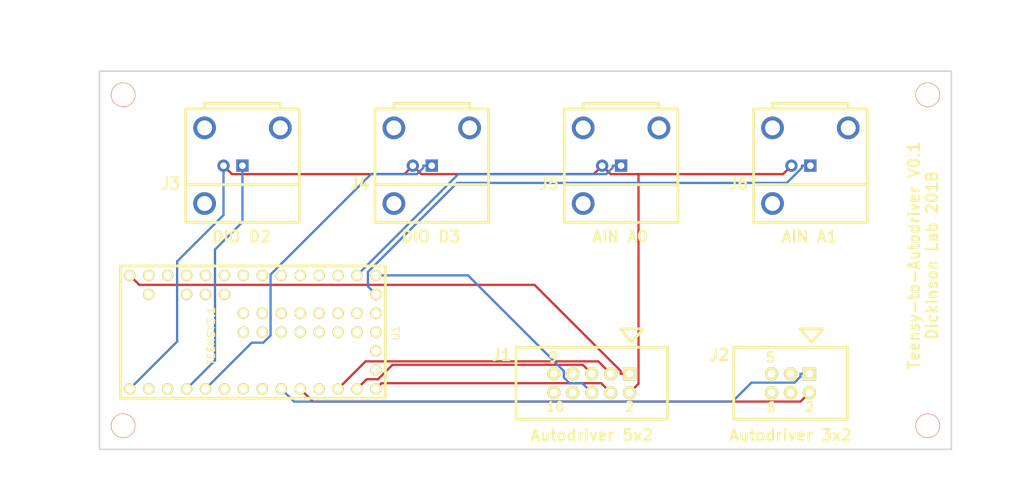
<source format=kicad_pcb>
(kicad_pcb (version 4) (host pcbnew 4.0.7-e2-6376~58~ubuntu16.04.1)

  (general
    (links 16)
    (no_connects 0)
    (area 38.199287 41.75 177.700715 110.650001)
    (thickness 1.6)
    (drawings 15)
    (tracks 73)
    (zones 0)
    (modules 11)
    (nets 60)
  )

  (page A4)
  (layers
    (0 F.Cu signal)
    (31 B.Cu signal)
    (32 B.Adhes user)
    (33 F.Adhes user)
    (34 B.Paste user)
    (35 F.Paste user)
    (36 B.SilkS user)
    (37 F.SilkS user)
    (38 B.Mask user)
    (39 F.Mask user)
    (40 Dwgs.User user)
    (41 Cmts.User user)
    (42 Eco1.User user)
    (43 Eco2.User user)
    (44 Edge.Cuts user)
    (45 Margin user)
    (46 B.CrtYd user)
    (47 F.CrtYd user)
    (48 B.Fab user)
    (49 F.Fab user)
  )

  (setup
    (last_trace_width 0.3048)
    (trace_clearance 0.1524)
    (zone_clearance 0.508)
    (zone_45_only no)
    (trace_min 0.1524)
    (segment_width 0.2)
    (edge_width 0.2)
    (via_size 0.6858)
    (via_drill 0.3302)
    (via_min_size 0.6858)
    (via_min_drill 0.3302)
    (uvia_size 0.6858)
    (uvia_drill 0.3302)
    (uvias_allowed no)
    (uvia_min_size 0)
    (uvia_min_drill 0)
    (pcb_text_width 0.3)
    (pcb_text_size 1.5 1.5)
    (mod_edge_width 0.15)
    (mod_text_size 1 1)
    (mod_text_width 0.15)
    (pad_size 1.524 1.524)
    (pad_drill 0.762)
    (pad_to_mask_clearance 0.0508)
    (aux_axis_origin 0 0)
    (visible_elements FFFFFF7F)
    (pcbplotparams
      (layerselection 0x010f0_80000001)
      (usegerberextensions false)
      (excludeedgelayer true)
      (linewidth 0.100000)
      (plotframeref false)
      (viasonmask false)
      (mode 1)
      (useauxorigin false)
      (hpglpennumber 1)
      (hpglpenspeed 20)
      (hpglpendiameter 15)
      (hpglpenoverlay 2)
      (psnegative false)
      (psa4output false)
      (plotreference true)
      (plotvalue true)
      (plotinvisibletext false)
      (padsonsilk false)
      (subtractmaskfromsilk false)
      (outputformat 1)
      (mirror false)
      (drillshape 0)
      (scaleselection 1)
      (outputdirectory gerber_v0p1/))
  )

  (net 0 "")
  (net 1 /+5V)
  (net 2 GND)
  (net 3 /~CS)
  (net 4 /MISO)
  (net 5 /MOSI)
  (net 6 /SCK)
  (net 7 "Net-(J1-Pad7)")
  (net 8 "Net-(J1-Pad8)")
  (net 9 "Net-(J1-Pad9)")
  (net 10 "Net-(J1-Pad10)")
  (net 11 /~RESET)
  (net 12 /~BUSY)
  (net 13 "Net-(J2-Pad3)")
  (net 14 "Net-(J2-Pad4)")
  (net 15 "Net-(J2-Pad5)")
  (net 16 "Net-(J2-Pad6)")
  (net 17 /D2)
  (net 18 /D3)
  (net 19 /A0)
  (net 20 /DAC)
  (net 21 "Net-(U1-Pad2)")
  (net 22 "Net-(U1-Pad3)")
  (net 23 "Net-(U1-Pad6)")
  (net 24 "Net-(U1-Pad7)")
  (net 25 "Net-(U1-Pad8)")
  (net 26 "Net-(U1-Pad11)")
  (net 27 "Net-(U1-Pad15)")
  (net 28 "Net-(U1-Pad16)")
  (net 29 "Net-(U1-Pad17)")
  (net 30 "Net-(U1-Pad18)")
  (net 31 "Net-(U1-Pad22)")
  (net 32 "Net-(U1-Pad23)")
  (net 33 "Net-(U1-Pad24)")
  (net 34 "Net-(U1-Pad25)")
  (net 35 "Net-(U1-Pad26)")
  (net 36 "Net-(U1-Pad27)")
  (net 37 "Net-(U1-Pad28)")
  (net 38 "Net-(U1-Pad29)")
  (net 39 "Net-(U1-Pad30)")
  (net 40 "Net-(U1-Pad31)")
  (net 41 "Net-(U1-Pad32)")
  (net 42 "Net-(U1-Pad34)")
  (net 43 "Net-(U1-Pad35)")
  (net 44 "Net-(U1-Pad36)")
  (net 45 "Net-(U1-Pad37)")
  (net 46 "Net-(U1-Pad38)")
  (net 47 "Net-(U1-Pad39)")
  (net 48 "Net-(U1-Pad40)")
  (net 49 "Net-(U1-Pad41)")
  (net 50 "Net-(U1-Pad42)")
  (net 51 "Net-(U1-Pad43)")
  (net 52 "Net-(U1-Pad44)")
  (net 53 "Net-(U1-Pad45)")
  (net 54 "Net-(U1-Pad46)")
  (net 55 "Net-(U1-Pad47)")
  (net 56 "Net-(U1-Pad48)")
  (net 57 "Net-(U1-Pad49)")
  (net 58 "Net-(U1-Pad50)")
  (net 59 "Net-(U1-Pad51)")

  (net_class Default "This is the default net class."
    (clearance 0.1524)
    (trace_width 0.3048)
    (via_dia 0.6858)
    (via_drill 0.3302)
    (uvia_dia 0.6858)
    (uvia_drill 0.3302)
    (add_net /+5V)
    (add_net /A0)
    (add_net /D2)
    (add_net /D3)
    (add_net /DAC)
    (add_net /MISO)
    (add_net /MOSI)
    (add_net /SCK)
    (add_net /~BUSY)
    (add_net /~CS)
    (add_net /~RESET)
    (add_net GND)
    (add_net "Net-(J1-Pad10)")
    (add_net "Net-(J1-Pad7)")
    (add_net "Net-(J1-Pad8)")
    (add_net "Net-(J1-Pad9)")
    (add_net "Net-(J2-Pad3)")
    (add_net "Net-(J2-Pad4)")
    (add_net "Net-(J2-Pad5)")
    (add_net "Net-(J2-Pad6)")
    (add_net "Net-(U1-Pad11)")
    (add_net "Net-(U1-Pad15)")
    (add_net "Net-(U1-Pad16)")
    (add_net "Net-(U1-Pad17)")
    (add_net "Net-(U1-Pad18)")
    (add_net "Net-(U1-Pad2)")
    (add_net "Net-(U1-Pad22)")
    (add_net "Net-(U1-Pad23)")
    (add_net "Net-(U1-Pad24)")
    (add_net "Net-(U1-Pad25)")
    (add_net "Net-(U1-Pad26)")
    (add_net "Net-(U1-Pad27)")
    (add_net "Net-(U1-Pad28)")
    (add_net "Net-(U1-Pad29)")
    (add_net "Net-(U1-Pad3)")
    (add_net "Net-(U1-Pad30)")
    (add_net "Net-(U1-Pad31)")
    (add_net "Net-(U1-Pad32)")
    (add_net "Net-(U1-Pad34)")
    (add_net "Net-(U1-Pad35)")
    (add_net "Net-(U1-Pad36)")
    (add_net "Net-(U1-Pad37)")
    (add_net "Net-(U1-Pad38)")
    (add_net "Net-(U1-Pad39)")
    (add_net "Net-(U1-Pad40)")
    (add_net "Net-(U1-Pad41)")
    (add_net "Net-(U1-Pad42)")
    (add_net "Net-(U1-Pad43)")
    (add_net "Net-(U1-Pad44)")
    (add_net "Net-(U1-Pad45)")
    (add_net "Net-(U1-Pad46)")
    (add_net "Net-(U1-Pad47)")
    (add_net "Net-(U1-Pad48)")
    (add_net "Net-(U1-Pad49)")
    (add_net "Net-(U1-Pad50)")
    (add_net "Net-(U1-Pad51)")
    (add_net "Net-(U1-Pad6)")
    (add_net "Net-(U1-Pad7)")
    (add_net "Net-(U1-Pad8)")
  )

  (module 5X2_SHRD_HEADER:5X2_SHRD_HEADER (layer F.Cu) (tedit 5A568166) (tstamp 5A567BB9)
    (at 116.84 92.71 180)
    (path /5A566ED6)
    (fp_text reference J1 (at 12.065 3.81 180) (layer F.SilkS)
      (effects (font (thickness 0.3048)))
    )
    (fp_text value PIN_ARRAY_5X2 (at 5.19938 6.2992 180) (layer F.SilkS) hide
      (effects (font (thickness 0.3048)))
    )
    (fp_line (start -10.16 -4.826) (end 10.16 -4.826) (layer F.SilkS) (width 0.381))
    (fp_line (start 10.16 -4.826) (end 10.16 4.826) (layer F.SilkS) (width 0.381))
    (fp_line (start 10.16 4.826) (end -10.16 4.826) (layer F.SilkS) (width 0.381))
    (fp_line (start -10.16 4.826) (end -10.16 -4.826) (layer F.SilkS) (width 0.381))
    (fp_line (start -6.90118 7.29996) (end -3.8989 7.29996) (layer F.SilkS) (width 0.381))
    (fp_text user 10 (at 4.89966 -3.2004 180) (layer F.SilkS)
      (effects (font (size 1.27 1.27) (thickness 0.254)))
    )
    (fp_text user 9 (at 5.19938 3.50012 180) (layer F.SilkS)
      (effects (font (size 1.27 1.27) (thickness 0.254)))
    )
    (fp_text user 2 (at -5.10032 -3.2004 180) (layer F.SilkS)
      (effects (font (size 1.27 1.27) (thickness 0.254)))
    )
    (fp_line (start -5.36448 5.48894) (end -6.88848 7.26694) (layer F.SilkS) (width 0.381))
    (fp_line (start -3.84048 7.2644) (end -5.36448 5.4864) (layer F.SilkS) (width 0.381))
    (pad 1 thru_hole rect (at -5.08 1.27 180) (size 1.778 1.778) (drill 1.016) (layers *.Cu *.Mask F.SilkS)
      (net 1 /+5V))
    (pad 2 thru_hole circle (at -5.08 -1.27 180) (size 1.778 1.778) (drill 1.016) (layers *.Cu *.Mask F.SilkS)
      (net 2 GND))
    (pad 3 thru_hole circle (at -2.54 1.27 180) (size 1.778 1.778) (drill 1.016) (layers *.Cu *.Mask F.SilkS)
      (net 3 /~CS))
    (pad 4 thru_hole circle (at -2.54 -1.27 180) (size 1.778 1.778) (drill 1.016) (layers *.Cu *.Mask F.SilkS)
      (net 4 /MISO))
    (pad 5 thru_hole circle (at 0 1.27 180) (size 1.778 1.778) (drill 1.016) (layers *.Cu *.Mask F.SilkS)
      (net 5 /MOSI))
    (pad 6 thru_hole circle (at 0 -1.27 180) (size 1.778 1.778) (drill 1.016) (layers *.Cu *.Mask F.SilkS)
      (net 6 /SCK))
    (pad 7 thru_hole circle (at 2.54 1.27 180) (size 1.778 1.778) (drill 1.016) (layers *.Cu *.Mask F.SilkS)
      (net 7 "Net-(J1-Pad7)"))
    (pad 8 thru_hole circle (at 2.54 -1.27 180) (size 1.778 1.778) (drill 1.016) (layers *.Cu *.Mask F.SilkS)
      (net 8 "Net-(J1-Pad8)"))
    (pad 9 thru_hole circle (at 5.08 1.27 180) (size 1.778 1.778) (drill 1.016) (layers *.Cu *.Mask F.SilkS)
      (net 9 "Net-(J1-Pad9)"))
    (pad 10 thru_hole circle (at 5.08 -1.27 180) (size 1.778 1.778) (drill 1.016) (layers *.Cu *.Mask F.SilkS)
      (net 10 "Net-(J1-Pad10)"))
  )

  (module 3X2_SHRD_HEADER:3X2_SHRD_HEADER (layer F.Cu) (tedit 5A56816B) (tstamp 5A567BC3)
    (at 143.51 92.71 180)
    (path /5A567054)
    (fp_text reference J2 (at 9.525 3.81 180) (layer F.SilkS)
      (effects (font (thickness 0.3048)))
    )
    (fp_text value PIN_ARRAY_3X2 (at 5.19938 6.2992 180) (layer F.SilkS) hide
      (effects (font (thickness 0.3048)))
    )
    (fp_text user 6 (at 2.6035 -3.2385 180) (layer F.SilkS)
      (effects (font (size 1.27 1.27) (thickness 0.254)))
    )
    (fp_text user 5 (at 2.667 3.4925 180) (layer F.SilkS)
      (effects (font (size 1.27 1.27) (thickness 0.254)))
    )
    (fp_line (start -7.62 4.826) (end 7.62 4.826) (layer F.SilkS) (width 0.381))
    (fp_line (start -7.62 -4.826) (end 7.62 -4.826) (layer F.SilkS) (width 0.381))
    (fp_line (start 7.62 -4.826) (end 7.62 4.826) (layer F.SilkS) (width 0.381))
    (fp_line (start -7.62 4.826) (end -7.62 -4.826) (layer F.SilkS) (width 0.381))
    (fp_line (start -4.36118 7.29996) (end -1.3589 7.29996) (layer F.SilkS) (width 0.381))
    (fp_text user 2 (at -2.56032 -3.2004 180) (layer F.SilkS)
      (effects (font (size 1.27 1.27) (thickness 0.254)))
    )
    (fp_line (start -2.82448 5.48894) (end -4.34848 7.26694) (layer F.SilkS) (width 0.381))
    (fp_line (start -1.30048 7.2644) (end -2.82448 5.4864) (layer F.SilkS) (width 0.381))
    (pad 1 thru_hole rect (at -2.54 1.27 180) (size 1.778 1.778) (drill 1.016) (layers *.Cu *.Mask F.SilkS)
      (net 11 /~RESET))
    (pad 2 thru_hole circle (at -2.54 -1.27 180) (size 1.778 1.778) (drill 1.016) (layers *.Cu *.Mask F.SilkS)
      (net 12 /~BUSY))
    (pad 3 thru_hole circle (at 0 1.27 180) (size 1.778 1.778) (drill 1.016) (layers *.Cu *.Mask F.SilkS)
      (net 13 "Net-(J2-Pad3)"))
    (pad 4 thru_hole circle (at 0 -1.27 180) (size 1.778 1.778) (drill 1.016) (layers *.Cu *.Mask F.SilkS)
      (net 14 "Net-(J2-Pad4)"))
    (pad 5 thru_hole circle (at 2.54 1.27 180) (size 1.778 1.778) (drill 1.016) (layers *.Cu *.Mask F.SilkS)
      (net 15 "Net-(J2-Pad5)"))
    (pad 6 thru_hole circle (at 2.54 -1.27 180) (size 1.778 1.778) (drill 1.016) (layers *.Cu *.Mask F.SilkS)
      (net 16 "Net-(J2-Pad6)"))
  )

  (module BNC:BNC (layer F.Cu) (tedit 5A568143) (tstamp 5A567BCC)
    (at 69.977 58.42)
    (path /5A56751D)
    (fp_text reference J3 (at -9.652 7.493) (layer F.SilkS)
      (effects (font (thickness 0.3048)))
    )
    (fp_text value PIN_ARRAY_2X1 (at 0.254 2.794) (layer F.SilkS) hide
      (effects (font (thickness 0.3048)))
    )
    (fp_line (start 7.62 -2.54) (end 7.62 12.7) (layer F.SilkS) (width 0.381))
    (fp_line (start -7.62 -2.54) (end -7.62 12.7) (layer F.SilkS) (width 0.381))
    (fp_line (start -5.08 -2.54) (end -5.08 -3.302) (layer F.SilkS) (width 0.381))
    (fp_line (start -5.08 -3.302) (end 5.08 -3.302) (layer F.SilkS) (width 0.381))
    (fp_line (start 5.08 -3.302) (end 5.08 -2.54) (layer F.SilkS) (width 0.381))
    (fp_line (start -7.62 7.62) (end 7.62 7.62) (layer F.SilkS) (width 0.381))
    (fp_line (start -7.62 -2.54) (end 7.62 -2.54) (layer F.SilkS) (width 0.381))
    (fp_line (start -7.62 12.7) (end 7.62 12.7) (layer F.SilkS) (width 0.381))
    (pad "" thru_hole circle (at -5.08 0) (size 3.048 3.048) (drill 2.00914) (layers *.Cu *.Mask))
    (pad "" thru_hole circle (at 5.08 0) (size 3.048 3.048) (drill 2.00914) (layers *.Cu *.Mask))
    (pad 1 thru_hole rect (at 0 5.08) (size 1.651 1.651) (drill 0.889) (layers *.Cu *.Mask)
      (net 17 /D2))
    (pad 2 thru_hole circle (at -2.54 5.08) (size 1.651 1.651) (drill 0.889) (layers *.Cu *.Mask)
      (net 2 GND))
    (pad "" thru_hole circle (at -5.08 10.16) (size 3.048 3.048) (drill 2.00914) (layers *.Cu *.Mask))
  )

  (module BNC:BNC (layer F.Cu) (tedit 5A568149) (tstamp 5A567BD5)
    (at 95.377 58.42)
    (path /5A5675CE)
    (fp_text reference J4 (at -9.652 7.493) (layer F.SilkS)
      (effects (font (thickness 0.3048)))
    )
    (fp_text value PIN_ARRAY_2X1 (at 0.254 2.794) (layer F.SilkS) hide
      (effects (font (thickness 0.3048)))
    )
    (fp_line (start 7.62 -2.54) (end 7.62 12.7) (layer F.SilkS) (width 0.381))
    (fp_line (start -7.62 -2.54) (end -7.62 12.7) (layer F.SilkS) (width 0.381))
    (fp_line (start -5.08 -2.54) (end -5.08 -3.302) (layer F.SilkS) (width 0.381))
    (fp_line (start -5.08 -3.302) (end 5.08 -3.302) (layer F.SilkS) (width 0.381))
    (fp_line (start 5.08 -3.302) (end 5.08 -2.54) (layer F.SilkS) (width 0.381))
    (fp_line (start -7.62 7.62) (end 7.62 7.62) (layer F.SilkS) (width 0.381))
    (fp_line (start -7.62 -2.54) (end 7.62 -2.54) (layer F.SilkS) (width 0.381))
    (fp_line (start -7.62 12.7) (end 7.62 12.7) (layer F.SilkS) (width 0.381))
    (pad "" thru_hole circle (at -5.08 0) (size 3.048 3.048) (drill 2.00914) (layers *.Cu *.Mask))
    (pad "" thru_hole circle (at 5.08 0) (size 3.048 3.048) (drill 2.00914) (layers *.Cu *.Mask))
    (pad 1 thru_hole rect (at 0 5.08) (size 1.651 1.651) (drill 0.889) (layers *.Cu *.Mask)
      (net 18 /D3))
    (pad 2 thru_hole circle (at -2.54 5.08) (size 1.651 1.651) (drill 0.889) (layers *.Cu *.Mask)
      (net 2 GND))
    (pad "" thru_hole circle (at -5.08 10.16) (size 3.048 3.048) (drill 2.00914) (layers *.Cu *.Mask))
  )

  (module BNC:BNC (layer F.Cu) (tedit 5A56814F) (tstamp 5A567BDE)
    (at 120.777 58.42)
    (path /5A567D9A)
    (fp_text reference J5 (at -9.652 7.493) (layer F.SilkS)
      (effects (font (thickness 0.3048)))
    )
    (fp_text value PIN_ARRAY_2X1 (at 0.254 2.794) (layer F.SilkS) hide
      (effects (font (thickness 0.3048)))
    )
    (fp_line (start 7.62 -2.54) (end 7.62 12.7) (layer F.SilkS) (width 0.381))
    (fp_line (start -7.62 -2.54) (end -7.62 12.7) (layer F.SilkS) (width 0.381))
    (fp_line (start -5.08 -2.54) (end -5.08 -3.302) (layer F.SilkS) (width 0.381))
    (fp_line (start -5.08 -3.302) (end 5.08 -3.302) (layer F.SilkS) (width 0.381))
    (fp_line (start 5.08 -3.302) (end 5.08 -2.54) (layer F.SilkS) (width 0.381))
    (fp_line (start -7.62 7.62) (end 7.62 7.62) (layer F.SilkS) (width 0.381))
    (fp_line (start -7.62 -2.54) (end 7.62 -2.54) (layer F.SilkS) (width 0.381))
    (fp_line (start -7.62 12.7) (end 7.62 12.7) (layer F.SilkS) (width 0.381))
    (pad "" thru_hole circle (at -5.08 0) (size 3.048 3.048) (drill 2.00914) (layers *.Cu *.Mask))
    (pad "" thru_hole circle (at 5.08 0) (size 3.048 3.048) (drill 2.00914) (layers *.Cu *.Mask))
    (pad 1 thru_hole rect (at 0 5.08) (size 1.651 1.651) (drill 0.889) (layers *.Cu *.Mask)
      (net 19 /A0))
    (pad 2 thru_hole circle (at -2.54 5.08) (size 1.651 1.651) (drill 0.889) (layers *.Cu *.Mask)
      (net 2 GND))
    (pad "" thru_hole circle (at -5.08 10.16) (size 3.048 3.048) (drill 2.00914) (layers *.Cu *.Mask))
  )

  (module BNC:BNC (layer F.Cu) (tedit 5A568154) (tstamp 5A567BE7)
    (at 146.177 58.42)
    (path /5A567DA0)
    (fp_text reference J6 (at -9.652 7.493) (layer F.SilkS)
      (effects (font (thickness 0.3048)))
    )
    (fp_text value PIN_ARRAY_2X1 (at 0.254 2.794) (layer F.SilkS) hide
      (effects (font (thickness 0.3048)))
    )
    (fp_line (start 7.62 -2.54) (end 7.62 12.7) (layer F.SilkS) (width 0.381))
    (fp_line (start -7.62 -2.54) (end -7.62 12.7) (layer F.SilkS) (width 0.381))
    (fp_line (start -5.08 -2.54) (end -5.08 -3.302) (layer F.SilkS) (width 0.381))
    (fp_line (start -5.08 -3.302) (end 5.08 -3.302) (layer F.SilkS) (width 0.381))
    (fp_line (start 5.08 -3.302) (end 5.08 -2.54) (layer F.SilkS) (width 0.381))
    (fp_line (start -7.62 7.62) (end 7.62 7.62) (layer F.SilkS) (width 0.381))
    (fp_line (start -7.62 -2.54) (end 7.62 -2.54) (layer F.SilkS) (width 0.381))
    (fp_line (start -7.62 12.7) (end 7.62 12.7) (layer F.SilkS) (width 0.381))
    (pad "" thru_hole circle (at -5.08 0) (size 3.048 3.048) (drill 2.00914) (layers *.Cu *.Mask))
    (pad "" thru_hole circle (at 5.08 0) (size 3.048 3.048) (drill 2.00914) (layers *.Cu *.Mask))
    (pad 1 thru_hole rect (at 0 5.08) (size 1.651 1.651) (drill 0.889) (layers *.Cu *.Mask)
      (net 20 /DAC))
    (pad 2 thru_hole circle (at -2.54 5.08) (size 1.651 1.651) (drill 0.889) (layers *.Cu *.Mask)
      (net 2 GND))
    (pad "" thru_hole circle (at -5.08 10.16) (size 3.048 3.048) (drill 2.00914) (layers *.Cu *.Mask))
  )

  (module arduino_nano:MOUNT_HOLE_4_40 (layer F.Cu) (tedit 5A568A2C) (tstamp 5A56819E)
    (at 53.975 53.975)
    (fp_text reference M0 (at 0 -2.032) (layer F.SilkS) hide
      (effects (font (size 0.254 0.254) (thickness 0.0635)))
    )
    (fp_text value VAL** (at 0 2.032) (layer F.SilkS) hide
      (effects (font (size 0.254 0.254) (thickness 0.0635)))
    )
    (pad "" thru_hole circle (at 0 0) (size 3.302 3.302) (drill 3.048) (layers *.Cu *.SilkS *.Mask))
  )

  (module arduino_nano:MOUNT_HOLE_4_40 (layer F.Cu) (tedit 5A568A39) (tstamp 5A5681AA)
    (at 161.925 53.975)
    (fp_text reference M1 (at 0 -2.032) (layer F.SilkS) hide
      (effects (font (size 0.254 0.254) (thickness 0.0635)))
    )
    (fp_text value VAL** (at 0 2.032) (layer F.SilkS) hide
      (effects (font (size 0.254 0.254) (thickness 0.0635)))
    )
    (pad "" thru_hole circle (at 0 0) (size 3.302 3.302) (drill 3.048) (layers *.Cu *.SilkS *.Mask))
  )

  (module arduino_nano:MOUNT_HOLE_4_40 (layer F.Cu) (tedit 5A568A4F) (tstamp 5A5681CF)
    (at 53.975 98.425)
    (fp_text reference M3 (at 0 -2.032) (layer F.SilkS) hide
      (effects (font (size 0.254 0.254) (thickness 0.0635)))
    )
    (fp_text value VAL** (at 0 2.032) (layer F.SilkS) hide
      (effects (font (size 0.254 0.254) (thickness 0.0635)))
    )
    (pad "" thru_hole circle (at 0 0) (size 3.302 3.302) (drill 3.048) (layers *.Cu *.SilkS *.Mask))
  )

  (module arduino_nano:MOUNT_HOLE_4_40 (layer F.Cu) (tedit 5A568A44) (tstamp 5A5681D3)
    (at 161.925 98.425)
    (fp_text reference M2 (at 0 -2.032) (layer F.SilkS) hide
      (effects (font (size 0.254 0.254) (thickness 0.0635)))
    )
    (fp_text value VAL** (at 0 2.032) (layer F.SilkS) hide
      (effects (font (size 0.254 0.254) (thickness 0.0635)))
    )
    (pad "" thru_hole circle (at 0 0) (size 3.302 3.302) (drill 3.048) (layers *.Cu *.SilkS *.Mask))
  )

  (module TEENSY3X:TEENSY3X (layer F.Cu) (tedit 5A569E29) (tstamp 5A569ED6)
    (at 71.374 85.852 90)
    (path /5A5697D1)
    (fp_text reference U1 (at -0.127 19.177 90) (layer F.SilkS)
      (effects (font (size 1 1) (thickness 0.15)))
    )
    (fp_text value TEENSY3.1 (at -0.508 -5.588 90) (layer F.SilkS)
      (effects (font (size 1 1) (thickness 0.15)))
    )
    (fp_line (start -8.89 -17.78) (end -8.89 17.78) (layer F.SilkS) (width 0.381))
    (fp_line (start -8.89 17.78) (end 8.89 17.78) (layer F.SilkS) (width 0.381))
    (fp_line (start 8.89 17.78) (end 8.89 -17.78) (layer F.SilkS) (width 0.381))
    (fp_line (start 8.89 -17.78) (end -8.89 -17.78) (layer F.SilkS) (width 0.381))
    (pad 1 thru_hole circle (at -7.62 -16.51 90) (size 1.524 1.524) (drill 1.016) (layers *.Cu *.Mask F.SilkS)
      (net 2 GND))
    (pad 2 thru_hole circle (at -7.62 -13.97 90) (size 1.524 1.524) (drill 1.016) (layers *.Cu *.Mask F.SilkS)
      (net 21 "Net-(U1-Pad2)"))
    (pad 3 thru_hole circle (at -7.62 -11.43 90) (size 1.524 1.524) (drill 1.016) (layers *.Cu *.Mask F.SilkS)
      (net 22 "Net-(U1-Pad3)"))
    (pad 4 thru_hole circle (at -7.62 -8.89 90) (size 1.524 1.524) (drill 1.016) (layers *.Cu *.Mask F.SilkS)
      (net 17 /D2))
    (pad 5 thru_hole circle (at -7.62 -6.35 90) (size 1.524 1.524) (drill 1.016) (layers *.Cu *.Mask F.SilkS)
      (net 18 /D3))
    (pad 6 thru_hole circle (at -7.62 -3.81 90) (size 1.524 1.524) (drill 1.016) (layers *.Cu *.Mask F.SilkS)
      (net 23 "Net-(U1-Pad6)"))
    (pad 7 thru_hole circle (at -7.62 -1.27 90) (size 1.524 1.524) (drill 1.016) (layers *.Cu *.Mask F.SilkS)
      (net 24 "Net-(U1-Pad7)"))
    (pad 8 thru_hole circle (at -7.62 1.27 90) (size 1.524 1.524) (drill 1.016) (layers *.Cu *.Mask F.SilkS)
      (net 25 "Net-(U1-Pad8)"))
    (pad 9 thru_hole circle (at -7.62 3.81 90) (size 1.524 1.524) (drill 1.016) (layers *.Cu *.Mask F.SilkS)
      (net 11 /~RESET))
    (pad 10 thru_hole circle (at -7.62 6.35 90) (size 1.524 1.524) (drill 1.016) (layers *.Cu *.Mask F.SilkS)
      (net 12 /~BUSY))
    (pad 11 thru_hole circle (at -7.62 8.89 90) (size 1.524 1.524) (drill 1.016) (layers *.Cu *.Mask F.SilkS)
      (net 26 "Net-(U1-Pad11)"))
    (pad 12 thru_hole circle (at -7.62 11.43 90) (size 1.524 1.524) (drill 1.016) (layers *.Cu *.Mask F.SilkS)
      (net 3 /~CS))
    (pad 13 thru_hole circle (at -7.62 13.97 90) (size 1.524 1.524) (drill 1.016) (layers *.Cu *.Mask F.SilkS)
      (net 5 /MOSI))
    (pad 14 thru_hole circle (at -7.62 16.51 90) (size 1.524 1.524) (drill 1.016) (layers *.Cu *.Mask F.SilkS)
      (net 4 /MISO))
    (pad 15 thru_hole circle (at -5.08 16.51 90) (size 1.524 1.524) (drill 1.016) (layers *.Cu *.Mask F.SilkS)
      (net 27 "Net-(U1-Pad15)"))
    (pad 16 thru_hole circle (at -2.54 16.51 90) (size 1.524 1.524) (drill 1.016) (layers *.Cu *.Mask F.SilkS)
      (net 28 "Net-(U1-Pad16)"))
    (pad 17 thru_hole circle (at 0 16.51 90) (size 1.524 1.524) (drill 1.016) (layers *.Cu *.Mask F.SilkS)
      (net 29 "Net-(U1-Pad17)"))
    (pad 18 thru_hole circle (at 2.54 16.51 90) (size 1.524 1.524) (drill 1.016) (layers *.Cu *.Mask F.SilkS)
      (net 30 "Net-(U1-Pad18)"))
    (pad 19 thru_hole circle (at 5.08 16.51 90) (size 1.524 1.524) (drill 1.016) (layers *.Cu *.Mask F.SilkS)
      (net 20 /DAC))
    (pad 20 thru_hole circle (at 7.62 16.51 90) (size 1.524 1.524) (drill 1.016) (layers *.Cu *.Mask F.SilkS)
      (net 6 /SCK))
    (pad 21 thru_hole circle (at 7.62 13.97 90) (size 1.524 1.524) (drill 1.016) (layers *.Cu *.Mask F.SilkS)
      (net 19 /A0))
    (pad 22 thru_hole circle (at 7.62 11.43 90) (size 1.524 1.524) (drill 1.016) (layers *.Cu *.Mask F.SilkS)
      (net 31 "Net-(U1-Pad22)"))
    (pad 23 thru_hole circle (at 7.62 8.89 90) (size 1.524 1.524) (drill 1.016) (layers *.Cu *.Mask F.SilkS)
      (net 32 "Net-(U1-Pad23)"))
    (pad 24 thru_hole circle (at 7.62 6.35 90) (size 1.524 1.524) (drill 1.016) (layers *.Cu *.Mask F.SilkS)
      (net 33 "Net-(U1-Pad24)"))
    (pad 25 thru_hole circle (at 7.62 3.81 90) (size 1.524 1.524) (drill 1.016) (layers *.Cu *.Mask F.SilkS)
      (net 34 "Net-(U1-Pad25)"))
    (pad 26 thru_hole circle (at 7.62 1.27 90) (size 1.524 1.524) (drill 1.016) (layers *.Cu *.Mask F.SilkS)
      (net 35 "Net-(U1-Pad26)"))
    (pad 27 thru_hole circle (at 7.62 -1.27 90) (size 1.524 1.524) (drill 1.016) (layers *.Cu *.Mask F.SilkS)
      (net 36 "Net-(U1-Pad27)"))
    (pad 28 thru_hole circle (at 7.62 -3.81 90) (size 1.524 1.524) (drill 1.016) (layers *.Cu *.Mask F.SilkS)
      (net 37 "Net-(U1-Pad28)"))
    (pad 29 thru_hole circle (at 7.62 -6.35 90) (size 1.524 1.524) (drill 1.016) (layers *.Cu *.Mask F.SilkS)
      (net 38 "Net-(U1-Pad29)"))
    (pad 30 thru_hole circle (at 7.62 -8.89 90) (size 1.524 1.524) (drill 1.016) (layers *.Cu *.Mask F.SilkS)
      (net 39 "Net-(U1-Pad30)"))
    (pad 31 thru_hole circle (at 7.62 -11.43 90) (size 1.524 1.524) (drill 1.016) (layers *.Cu *.Mask F.SilkS)
      (net 40 "Net-(U1-Pad31)"))
    (pad 32 thru_hole circle (at 7.62 -13.97 90) (size 1.524 1.524) (drill 1.016) (layers *.Cu *.Mask F.SilkS)
      (net 41 "Net-(U1-Pad32)"))
    (pad 33 thru_hole circle (at 7.62 -16.51 90) (size 1.524 1.524) (drill 1.016) (layers *.Cu *.Mask F.SilkS)
      (net 1 /+5V))
    (pad 34 thru_hole circle (at 0 -1.27 90) (size 1.524 1.524) (drill 1.016) (layers *.Cu *.Mask F.SilkS)
      (net 42 "Net-(U1-Pad34)"))
    (pad 35 thru_hole circle (at 0 1.27 90) (size 1.524 1.524) (drill 1.016) (layers *.Cu *.Mask F.SilkS)
      (net 43 "Net-(U1-Pad35)"))
    (pad 36 thru_hole circle (at 0 3.81 90) (size 1.524 1.524) (drill 1.016) (layers *.Cu *.Mask F.SilkS)
      (net 44 "Net-(U1-Pad36)"))
    (pad 37 thru_hole circle (at 0 6.35 90) (size 1.524 1.524) (drill 1.016) (layers *.Cu *.Mask F.SilkS)
      (net 45 "Net-(U1-Pad37)"))
    (pad 38 thru_hole circle (at 0 8.89 90) (size 1.524 1.524) (drill 1.016) (layers *.Cu *.Mask F.SilkS)
      (net 46 "Net-(U1-Pad38)"))
    (pad 39 thru_hole circle (at 0 11.43 90) (size 1.524 1.524) (drill 1.016) (layers *.Cu *.Mask F.SilkS)
      (net 47 "Net-(U1-Pad39)"))
    (pad 40 thru_hole circle (at 0 13.97 90) (size 1.524 1.524) (drill 1.016) (layers *.Cu *.Mask F.SilkS)
      (net 48 "Net-(U1-Pad40)"))
    (pad 41 thru_hole circle (at 2.54 13.97 90) (size 1.524 1.524) (drill 1.016) (layers *.Cu *.Mask F.SilkS)
      (net 49 "Net-(U1-Pad41)"))
    (pad 42 thru_hole circle (at 2.54 11.43 90) (size 1.524 1.524) (drill 1.016) (layers *.Cu *.Mask F.SilkS)
      (net 50 "Net-(U1-Pad42)"))
    (pad 43 thru_hole circle (at 2.54 8.89 90) (size 1.524 1.524) (drill 1.016) (layers *.Cu *.Mask F.SilkS)
      (net 51 "Net-(U1-Pad43)"))
    (pad 44 thru_hole circle (at 2.54 6.35 90) (size 1.524 1.524) (drill 1.016) (layers *.Cu *.Mask F.SilkS)
      (net 52 "Net-(U1-Pad44)"))
    (pad 45 thru_hole circle (at 2.54 3.81 90) (size 1.524 1.524) (drill 1.016) (layers *.Cu *.Mask F.SilkS)
      (net 53 "Net-(U1-Pad45)"))
    (pad 46 thru_hole circle (at 2.54 1.27 90) (size 1.524 1.524) (drill 1.016) (layers *.Cu *.Mask F.SilkS)
      (net 54 "Net-(U1-Pad46)"))
    (pad 47 thru_hole circle (at 2.54 -1.27 90) (size 1.524 1.524) (drill 1.016) (layers *.Cu *.Mask F.SilkS)
      (net 55 "Net-(U1-Pad47)"))
    (pad 48 thru_hole circle (at 5.08 -3.81 90) (size 1.524 1.524) (drill 1.016) (layers *.Cu *.Mask F.SilkS)
      (net 56 "Net-(U1-Pad48)"))
    (pad 49 thru_hole circle (at 5.08 -6.35 90) (size 1.524 1.524) (drill 1.016) (layers *.Cu *.Mask F.SilkS)
      (net 57 "Net-(U1-Pad49)"))
    (pad 50 thru_hole circle (at 5.08 -8.89 90) (size 1.524 1.524) (drill 1.016) (layers *.Cu *.Mask F.SilkS)
      (net 58 "Net-(U1-Pad50)"))
    (pad 51 thru_hole circle (at 5.08 -13.97 90) (size 1.524 1.524) (drill 1.016) (layers *.Cu *.Mask F.SilkS)
      (net 59 "Net-(U1-Pad51)"))
  )

  (gr_text "AIN A1" (at 146.05 73.025) (layer F.SilkS)
    (effects (font (size 1.5 1.5) (thickness 0.3)))
  )
  (gr_text "AIN A0" (at 120.65 73.025) (layer F.SilkS)
    (effects (font (size 1.5 1.5) (thickness 0.3)))
  )
  (gr_text "DIO D3" (at 95.25 73.025) (layer F.SilkS)
    (effects (font (size 1.5 1.5) (thickness 0.3)))
  )
  (gr_text "DIO D2" (at 69.85 73.025) (layer F.SilkS)
    (effects (font (size 1.5 1.5) (thickness 0.3)))
  )
  (gr_text "Autodriver 3x2" (at 143.51 99.695) (layer F.SilkS)
    (effects (font (size 1.5 1.5) (thickness 0.3)))
  )
  (gr_text "Autodriver 5x2" (at 116.84 99.695) (layer F.SilkS)
    (effects (font (size 1.5 1.5) (thickness 0.3)))
  )
  (gr_text "Teensy-to-Autodriver V0.1\nDickinson Lab 2018" (at 161.29 75.565 90) (layer F.SilkS)
    (effects (font (size 1.5 1.5) (thickness 0.3)))
  )
  (dimension 114.3 (width 0.3) (layer Dwgs.User)
    (gr_text "4.5000 in" (at 107.95 43.1) (layer Dwgs.User)
      (effects (font (size 1.5 1.5) (thickness 0.3)))
    )
    (feature1 (pts (xy 165.1 50.8) (xy 165.1 41.75)))
    (feature2 (pts (xy 50.8 50.8) (xy 50.8 41.75)))
    (crossbar (pts (xy 50.8 44.45) (xy 165.1 44.45)))
    (arrow1a (pts (xy 165.1 44.45) (xy 163.973496 45.036421)))
    (arrow1b (pts (xy 165.1 44.45) (xy 163.973496 43.863579)))
    (arrow2a (pts (xy 50.8 44.45) (xy 51.926504 45.036421)))
    (arrow2b (pts (xy 50.8 44.45) (xy 51.926504 43.863579)))
  )
  (dimension 50.8 (width 0.3) (layer Dwgs.User)
    (gr_text "2.0000 in" (at 43.735 76.2 90) (layer Dwgs.User)
      (effects (font (size 1.5 1.5) (thickness 0.3)))
    )
    (feature1 (pts (xy 50.8 50.8) (xy 42.385 50.8)))
    (feature2 (pts (xy 50.8 101.6) (xy 42.385 101.6)))
    (crossbar (pts (xy 45.085 101.6) (xy 45.085 50.8)))
    (arrow1a (pts (xy 45.085 50.8) (xy 45.671421 51.926504)))
    (arrow1b (pts (xy 45.085 50.8) (xy 44.498579 51.926504)))
    (arrow2a (pts (xy 45.085 101.6) (xy 45.671421 100.473496)))
    (arrow2b (pts (xy 45.085 101.6) (xy 44.498579 100.473496)))
  )
  (dimension 107.95 (width 0.3) (layer Dwgs.User)
    (gr_text "4.2500 in" (at 107.95 109.3) (layer Dwgs.User)
      (effects (font (size 1.5 1.5) (thickness 0.3)))
    )
    (feature1 (pts (xy 53.975 98.425) (xy 53.975 110.65)))
    (feature2 (pts (xy 161.925 98.425) (xy 161.925 110.65)))
    (crossbar (pts (xy 161.925 107.95) (xy 53.975 107.95)))
    (arrow1a (pts (xy 53.975 107.95) (xy 55.101504 107.363579)))
    (arrow1b (pts (xy 53.975 107.95) (xy 55.101504 108.536421)))
    (arrow2a (pts (xy 161.925 107.95) (xy 160.798496 107.363579)))
    (arrow2b (pts (xy 161.925 107.95) (xy 160.798496 108.536421)))
  )
  (dimension 44.45 (width 0.3) (layer Dwgs.User)
    (gr_text "1.7500 in" (at 172.165 76.2 270) (layer Dwgs.User)
      (effects (font (size 1.5 1.5) (thickness 0.3)))
    )
    (feature1 (pts (xy 161.925 98.425) (xy 173.515 98.425)))
    (feature2 (pts (xy 161.925 53.975) (xy 173.515 53.975)))
    (crossbar (pts (xy 170.815 53.975) (xy 170.815 98.425)))
    (arrow1a (pts (xy 170.815 98.425) (xy 170.228579 97.298496)))
    (arrow1b (pts (xy 170.815 98.425) (xy 171.401421 97.298496)))
    (arrow2a (pts (xy 170.815 53.975) (xy 170.228579 55.101504)))
    (arrow2b (pts (xy 170.815 53.975) (xy 171.401421 55.101504)))
  )
  (gr_line (start 165.1 50.8) (end 165.1 101.6) (angle 90) (layer Edge.Cuts) (width 0.2))
  (gr_line (start 50.8 101.6) (end 165.1 101.6) (angle 90) (layer Edge.Cuts) (width 0.2))
  (gr_line (start 50.8 50.8) (end 50.8 101.6) (angle 90) (layer Edge.Cuts) (width 0.2))
  (gr_line (start 50.8 50.8) (end 165.1 50.8) (angle 90) (layer Edge.Cuts) (width 0.2))

  (segment (start 120.7259 91.0668) (end 120.7259 91.44) (width 0.3048) (layer F.Cu) (net 1))
  (segment (start 109.1611 79.502) (end 120.7259 91.0668) (width 0.3048) (layer F.Cu) (net 1))
  (segment (start 56.134 79.502) (end 109.1611 79.502) (width 0.3048) (layer F.Cu) (net 1))
  (segment (start 54.864 78.232) (end 56.134 79.502) (width 0.3048) (layer F.Cu) (net 1))
  (segment (start 121.92 91.44) (end 120.7259 91.44) (width 0.3048) (layer F.Cu) (net 1))
  (segment (start 67.437 70.1335) (end 67.437 63.5) (width 0.3048) (layer B.Cu) (net 2))
  (segment (start 61.214 76.3565) (end 67.437 70.1335) (width 0.3048) (layer B.Cu) (net 2))
  (segment (start 61.214 87.122) (end 61.214 76.3565) (width 0.3048) (layer B.Cu) (net 2))
  (segment (start 54.864 93.472) (end 61.214 87.122) (width 0.3048) (layer B.Cu) (net 2))
  (segment (start 68.5677 64.6307) (end 67.437 63.5) (width 0.3048) (layer F.Cu) (net 2))
  (segment (start 91.7063 64.6307) (end 68.5677 64.6307) (width 0.3048) (layer F.Cu) (net 2))
  (segment (start 92.837 63.5) (end 91.7063 64.6307) (width 0.3048) (layer F.Cu) (net 2))
  (segment (start 117.1064 64.6306) (end 118.237 63.5) (width 0.3048) (layer F.Cu) (net 2))
  (segment (start 93.9676 64.6306) (end 117.1064 64.6306) (width 0.3048) (layer F.Cu) (net 2))
  (segment (start 92.837 63.5) (end 93.9676 64.6306) (width 0.3048) (layer F.Cu) (net 2))
  (segment (start 123.1171 92.7829) (end 121.92 93.98) (width 0.3048) (layer F.Cu) (net 2))
  (segment (start 123.1171 64.6307) (end 123.1171 92.7829) (width 0.3048) (layer F.Cu) (net 2))
  (segment (start 119.3677 64.6307) (end 123.1171 64.6307) (width 0.3048) (layer F.Cu) (net 2))
  (segment (start 118.237 63.5) (end 119.3677 64.6307) (width 0.3048) (layer F.Cu) (net 2))
  (segment (start 142.5063 64.6307) (end 143.637 63.5) (width 0.3048) (layer F.Cu) (net 2))
  (segment (start 123.1171 64.6307) (end 142.5063 64.6307) (width 0.3048) (layer F.Cu) (net 2))
  (segment (start 117.7205 89.7805) (end 119.38 91.44) (width 0.3048) (layer F.Cu) (net 3))
  (segment (start 86.4955 89.7805) (end 117.7205 89.7805) (width 0.3048) (layer F.Cu) (net 3))
  (segment (start 82.804 93.472) (end 86.4955 89.7805) (width 0.3048) (layer F.Cu) (net 3))
  (segment (start 118.11 92.71) (end 119.38 93.98) (width 0.3048) (layer F.Cu) (net 4))
  (segment (start 88.646 92.71) (end 118.11 92.71) (width 0.3048) (layer F.Cu) (net 4))
  (segment (start 87.884 93.472) (end 88.646 92.71) (width 0.3048) (layer F.Cu) (net 4))
  (segment (start 115.6381 90.2381) (end 116.84 91.44) (width 0.3048) (layer F.Cu) (net 5))
  (segment (start 90.1079 90.2381) (end 115.6381 90.2381) (width 0.3048) (layer F.Cu) (net 5))
  (segment (start 88.1696 92.1764) (end 90.1079 90.2381) (width 0.3048) (layer F.Cu) (net 5))
  (segment (start 86.6396 92.1764) (end 88.1696 92.1764) (width 0.3048) (layer F.Cu) (net 5))
  (segment (start 85.344 93.472) (end 86.6396 92.1764) (width 0.3048) (layer F.Cu) (net 5))
  (segment (start 115.57 92.71) (end 116.84 93.98) (width 0.3048) (layer B.Cu) (net 6))
  (segment (start 113.8647 92.71) (end 115.57 92.71) (width 0.3048) (layer B.Cu) (net 6))
  (segment (start 113.1058 91.9511) (end 113.8647 92.71) (width 0.3048) (layer B.Cu) (net 6))
  (segment (start 113.1058 91.0842) (end 113.1058 91.9511) (width 0.3048) (layer B.Cu) (net 6))
  (segment (start 100.2536 78.232) (end 113.1058 91.0842) (width 0.3048) (layer B.Cu) (net 6))
  (segment (start 87.884 78.232) (end 100.2536 78.232) (width 0.3048) (layer B.Cu) (net 6))
  (segment (start 144.8559 91.8133) (end 144.8559 91.44) (width 0.3048) (layer B.Cu) (net 11))
  (segment (start 144.0351 92.6341) (end 144.8559 91.8133) (width 0.3048) (layer B.Cu) (net 11))
  (segment (start 138.2689 92.6341) (end 144.0351 92.6341) (width 0.3048) (layer B.Cu) (net 11))
  (segment (start 135.7201 95.1829) (end 138.2689 92.6341) (width 0.3048) (layer B.Cu) (net 11))
  (segment (start 76.8949 95.1829) (end 135.7201 95.1829) (width 0.3048) (layer B.Cu) (net 11))
  (segment (start 75.184 93.472) (end 76.8949 95.1829) (width 0.3048) (layer B.Cu) (net 11))
  (segment (start 146.05 91.44) (end 144.8559 91.44) (width 0.3048) (layer B.Cu) (net 11))
  (segment (start 144.8526 95.1774) (end 146.05 93.98) (width 0.3048) (layer F.Cu) (net 12))
  (segment (start 79.4294 95.1774) (end 144.8526 95.1774) (width 0.3048) (layer F.Cu) (net 12))
  (segment (start 77.724 93.472) (end 79.4294 95.1774) (width 0.3048) (layer F.Cu) (net 12))
  (segment (start 69.977 71.073) (end 69.977 63.5) (width 0.3048) (layer B.Cu) (net 17))
  (segment (start 66.294 74.756) (end 69.977 71.073) (width 0.3048) (layer B.Cu) (net 17))
  (segment (start 66.294 89.662) (end 66.294 74.756) (width 0.3048) (layer B.Cu) (net 17))
  (segment (start 62.484 93.472) (end 66.294 89.662) (width 0.3048) (layer B.Cu) (net 17))
  (segment (start 94.2464 63.7828) (end 94.2464 63.5) (width 0.3048) (layer B.Cu) (net 18))
  (segment (start 93.3986 64.6306) (end 94.2464 63.7828) (width 0.3048) (layer B.Cu) (net 18))
  (segment (start 87.2349 64.6306) (end 93.3986 64.6306) (width 0.3048) (layer B.Cu) (net 18))
  (segment (start 73.7522 78.1133) (end 87.2349 64.6306) (width 0.3048) (layer B.Cu) (net 18))
  (segment (start 73.7522 86.2914) (end 73.7522 78.1133) (width 0.3048) (layer B.Cu) (net 18))
  (segment (start 72.7771 87.2665) (end 73.7522 86.2914) (width 0.3048) (layer B.Cu) (net 18))
  (segment (start 71.2295 87.2665) (end 72.7771 87.2665) (width 0.3048) (layer B.Cu) (net 18))
  (segment (start 65.024 93.472) (end 71.2295 87.2665) (width 0.3048) (layer B.Cu) (net 18))
  (segment (start 95.377 63.5) (end 94.2464 63.5) (width 0.3048) (layer B.Cu) (net 18))
  (segment (start 120.777 63.5) (end 119.6464 63.5) (width 0.3048) (layer B.Cu) (net 19))
  (segment (start 98.9454 64.6306) (end 85.344 78.232) (width 0.3048) (layer B.Cu) (net 19))
  (segment (start 118.7986 64.6306) (end 98.9454 64.6306) (width 0.3048) (layer B.Cu) (net 19))
  (segment (start 119.6464 63.7828) (end 118.7986 64.6306) (width 0.3048) (layer B.Cu) (net 19))
  (segment (start 119.6464 63.5) (end 119.6464 63.7828) (width 0.3048) (layer B.Cu) (net 19))
  (segment (start 145.0464 63.7826) (end 145.0464 63.5) (width 0.3048) (layer B.Cu) (net 20))
  (segment (start 143.0191 65.8099) (end 145.0464 63.7826) (width 0.3048) (layer B.Cu) (net 20))
  (segment (start 98.7723 65.8099) (end 143.0191 65.8099) (width 0.3048) (layer B.Cu) (net 20))
  (segment (start 86.8168 77.7654) (end 98.7723 65.8099) (width 0.3048) (layer B.Cu) (net 20))
  (segment (start 86.8168 79.7048) (end 86.8168 77.7654) (width 0.3048) (layer B.Cu) (net 20))
  (segment (start 87.884 80.772) (end 86.8168 79.7048) (width 0.3048) (layer B.Cu) (net 20))
  (segment (start 146.177 63.5) (end 145.0464 63.5) (width 0.3048) (layer B.Cu) (net 20))

)

</source>
